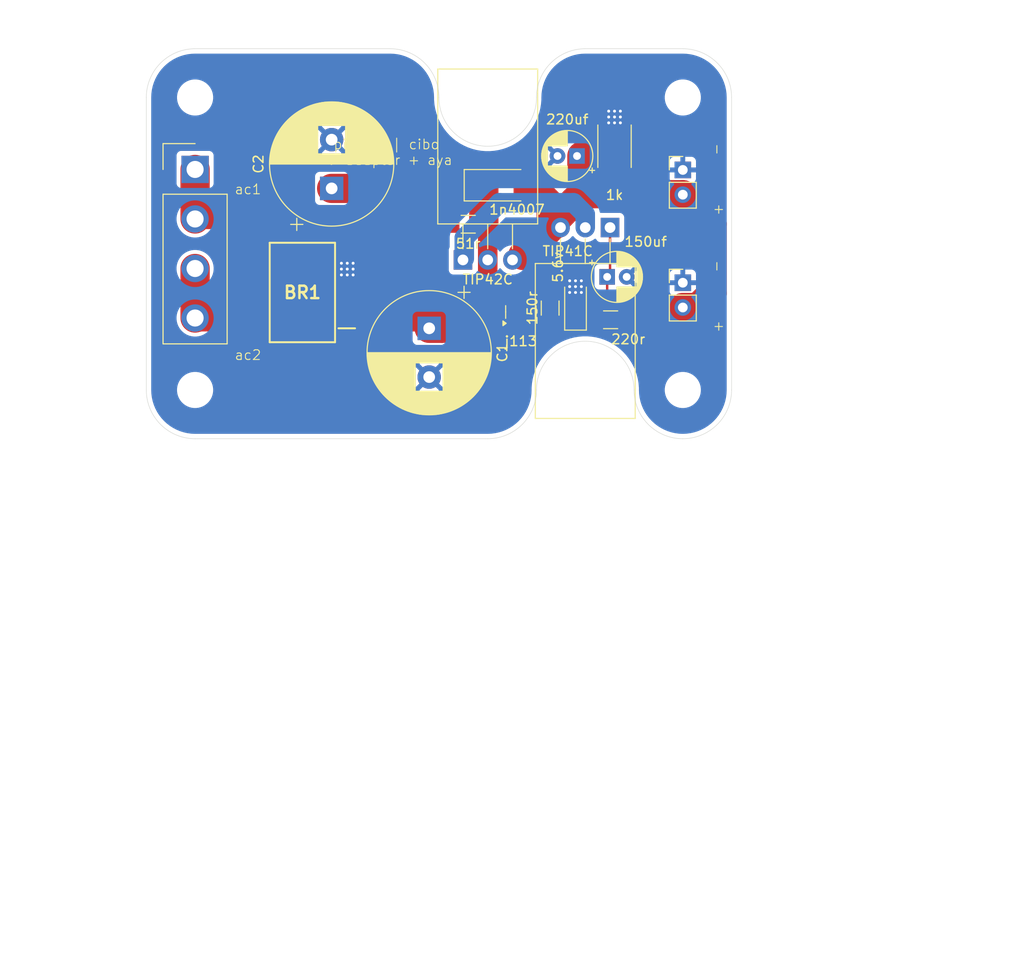
<source format=kicad_pcb>
(kicad_pcb (version 20241229) (generator "pcbnew") (generator_version "9.0")
  (layers (0 "F.Cu" signal) (2 "B.Cu" signal) (13 "F.Paste" user) (15 "B.Paste" user) (5 "F.SilkS" user "F.Silkscreen") (7 "B.SilkS" user "B.Silkscreen") (1 "F.Mask" user) (3 "B.Mask" user) (25 "Edge.Cuts" user))
  (net 0 "")
  (net 1 "pre-reg")
  (net 2 "vref")
  (net 3 "out")
  (net 4 "Net-(BR1-~_1)")
  (net 5 "ac")
  (net 6 "zener-in")
  (net 7 "Net-(Q1-G)")
  (net 8 "Net-(Q3-B)")
  (net 9 "0")
  (footprint "Diode_SMD:D_MELF" (layer "F.Cu") (at 151 69)
    (property "Reference" "D6" (hide yes))
    (property "Value" "1n4007" (at 2 2.5 0) (layer "F.SilkS"))
    (pad "1" smd roundrect (at -2.4 0) (size 1.5 2.7) (layers "F.Cu" "F.Mask" "F.Paste") (roundrect_rratio 0.1666666667) (net 1 "pre-reg"))
    (pad "2" smd roundrect (at 2.4 0) (size 1.5 2.7) (layers "F.Cu" "F.Mask" "F.Paste") (roundrect_rratio 0.1666666667) (net 3 "out"))
  )
  (footprint "Capacitor_THT:CP_Radial_D12.5mm_P5.00mm" (layer "F.Cu") (at 134 69.323959 90)
    (property "Reference" "C2" (at 2.5 -7.5 90) (layer "F.SilkS"))
    (property "Value" "4700uf")
    (pad "1" thru_hole rect (at 0 0 90) (size 2.4 2.4) (drill 1.2) (layers "*.Cu" "*.Mask") (net 1 "pre-reg"))
    (pad "2" thru_hole circle (at 5 0 90) (size 2.4 2.4) (drill 1.2) (layers "*.Cu" "*.Mask") (net 9 "0"))
  )
  (footprint "Connector_PinHeader_2.54mm:PinHeader_1x02_P2.54mm_Vertical" (layer "F.Cu") (at 170 67.43)
    (property "Reference" "P2" (hide yes))
    (property "Value" "Conn_02x01" (hide yes))
    (pad "1" thru_hole rect (at 0 0) (size 1.7 1.7) (drill 1) (layers "*.Cu" "*.Mask") (net 9 "0"))
    (pad "2" thru_hole circle (at 0 2.54) (size 1.7 1.7) (drill 1) (layers "*.Cu" "*.Mask") (net 3 "out"))
  )
  (footprint "Resistor_SMD:R_1206_3216Metric" (layer "F.Cu") (at 162.6 82.8)
    (property "Reference" "R2" (hide yes))
    (property "Value" "220r" (at 1.8 2 0) (layer "F.SilkS"))
    (pad "1" smd roundrect (at -1.4625 0) (size 1.125 1.75) (layers "F.Cu" "F.Mask" "F.Paste") (roundrect_rratio 0.222222) (net 6 "zener-in"))
    (pad "2" smd roundrect (at 1.4625 0) (size 1.125 1.75) (layers "F.Cu" "F.Mask" "F.Paste") (roundrect_rratio 0.222222) (net 2 "vref"))
  )
  (footprint "Capacitor_THT:CP_Radial_D5.0mm_P2.00mm" (layer "F.Cu") (at 162.244888 78.4)
    (property "Reference" "C3" (hide yes))
    (property "Value" "150uf" (at 3.955112 -3.6 0) (layer "F.SilkS"))
    (pad "1" thru_hole rect (at 0 0) (size 1.6 1.6) (drill 0.8) (layers "*.Cu" "*.Mask") (net 2 "vref"))
    (pad "2" thru_hole circle (at 2 0) (size 1.6 1.6) (drill 0.8) (layers "*.Cu" "*.Mask") (net 9 "0"))
  )
  (footprint "MountingHole:MountingHole_3.2mm_M3_ISO7380" (layer "F.Cu") (at 120 90)
    (property "Reference" "H4" (hide yes))
    (property "Value" "MountingHole" (hide yes))
    (pad "" np_thru_hole circle (at 0 0) (size 3.2 3.2) (drill 3.2) (layers "*.Cu" "*.Mask"))
  )
  (footprint "Package_TO_SOT_THT:TO-220-3_Horizontal_TabDown" (layer "F.Cu") (at 150 60)
    (property "Reference" "Q3" (hide yes))
    (property "Value" "TIP42C" (at 0 18.66 0) (layer "F.SilkS"))
    (pad "" np_thru_hole circle (at 0 0) (size 3.5 3.5) (drill 3.5) (layers "*.Cu" "*.Mask"))
    (pad "1" thru_hole rect (at -2.54 16.66) (size 1.905 2) (drill 1.1) (layers "*.Cu" "*.Mask") (net 8 "Net-(Q3-B)"))
    (pad "2" thru_hole oval (at 0 16.66) (size 1.905 2) (drill 1.1) (layers "*.Cu" "*.Mask") (net 3 "out"))
    (pad "3" thru_hole oval (at 2.54 16.66) (size 1.905 2) (drill 1.1) (layers "*.Cu" "*.Mask") (net 1 "pre-reg"))
  )
  (footprint "Capacitor_THT:CP_Radial_D5.0mm_P2.00mm" (layer "F.Cu") (at 159.155113 66 180)
    (property "Reference" "C4" (hide yes))
    (property "Value" "220uf" (at 1 3.75 0) (layer "F.SilkS"))
    (pad "1" thru_hole rect (at 0 0 180) (size 1.6 1.6) (drill 0.8) (layers "*.Cu" "*.Mask") (net 3 "out"))
    (pad "2" thru_hole circle (at 2 0 180) (size 1.6 1.6) (drill 0.8) (layers "*.Cu" "*.Mask") (net 9 "0"))
  )
  (footprint "Resistor_SMD:R_2512_6332Metric" (layer "F.Cu") (at 163 65 90)
    (property "Reference" "R4" (hide yes))
    (property "Value" "1k" (at -5 0 180) (layer "F.SilkS"))
    (pad "1" smd roundrect (at -2.9625 0 90) (size 1.225 3.35) (layers "F.Cu" "F.Mask" "F.Paste") (roundrect_rratio 0.204082) (net 3 "out"))
    (pad "2" smd roundrect (at 2.9625 0 90) (size 1.225 3.35) (layers "F.Cu" "F.Mask" "F.Paste") (roundrect_rratio 0.204082) (net 9 "0"))
  )
  (footprint "MountingHole:MountingHole_3.2mm_M3_ISO7380" (layer "F.Cu") (at 170 90)
    (property "Reference" "H3" (hide yes))
    (property "Value" "MountingHole" (hide yes))
    (pad "" np_thru_hole circle (at 0 0) (size 3.2 3.2) (drill 3.2) (layers "*.Cu" "*.Mask"))
  )
  (footprint "Resistor_SMD:R_1206_3216Metric" (layer "F.Cu") (at 148 73 180)
    (property "Reference" "R3" (hide yes))
    (property "Value" "51r" (at 0 -2 0) (layer "F.SilkS"))
    (pad "1" smd roundrect (at -1.4625 0 180) (size 1.125 1.75) (layers "F.Cu" "F.Mask" "F.Paste") (roundrect_rratio 0.222222) (net 1 "pre-reg"))
    (pad "2" smd roundrect (at 1.4625 0 180) (size 1.125 1.75) (layers "F.Cu" "F.Mask" "F.Paste") (roundrect_rratio 0.222222) (net 8 "Net-(Q3-B)"))
  )
  (footprint "Package_TO_SOT_THT:TO-220-3_Horizontal_TabDown" (layer "F.Cu") (at 160 90 180)
    (property "Reference" "Q4" (hide yes))
    (property "Value" "TIP41C" (at 1.8 14.24 0) (layer "F.SilkS"))
    (pad "" np_thru_hole circle (at 0 0 180) (size 3.5 3.5) (drill 3.5) (layers "*.Cu" "*.Mask"))
    (pad "1" thru_hole rect (at -2.54 16.66 180) (size 1.905 2) (drill 1.1) (layers "*.Cu" "*.Mask") (net 2 "vref"))
    (pad "2" thru_hole oval (at 0 16.66 180) (size 1.905 2) (drill 1.1) (layers "*.Cu" "*.Mask") (net 8 "Net-(Q3-B)"))
    (pad "3" thru_hole oval (at 2.54 16.66 180) (size 1.905 2) (drill 1.1) (layers "*.Cu" "*.Mask") (net 3 "out"))
  )
  (footprint "Connector_PinHeader_2.54mm:PinHeader_1x02_P2.54mm_Vertical" (layer "F.Cu") (at 170 79)
    (property "Reference" "P1" (hide yes))
    (property "Value" "Conn_02x01" (hide yes))
    (pad "1" thru_hole rect (at 0 0) (size 1.7 1.7) (drill 1) (layers "*.Cu" "*.Mask") (net 9 "0"))
    (pad "2" thru_hole circle (at 0 2.54) (size 1.7 1.7) (drill 1) (layers "*.Cu" "*.Mask") (net 3 "out"))
  )
  (footprint "Capacitor_THT:CP_Radial_D12.5mm_P5.00mm" (layer "F.Cu") (at 144 83.676041 -90)
    (property "Reference" "C1" (at 2.5 -7.5 90) (layer "F.SilkS"))
    (property "Value" "4700uf")
    (pad "1" thru_hole rect (at 0 0 270) (size 2.4 2.4) (drill 1.2) (layers "*.Cu" "*.Mask") (net 1 "pre-reg"))
    (pad "2" thru_hole circle (at 5 0 270) (size 2.4 2.4) (drill 1.2) (layers "*.Cu" "*.Mask") (net 9 "0"))
  )
  (footprint "Connector_Samtec_HPM_THT:Samtec_HPM-04-01-x-S_Straight_1x04_Pitch5.08mm" (layer "F.Cu") (at 120 67.38)
    (property "Reference" "P3" (hide yes))
    (property "Value" "Conn_01x04_Pin" (hide yes))
    (pad "1" thru_hole rect (at 0 0) (size 2.8 2.8) (drill 1.75) (layers "*.Cu" "*.Mask") (net 4 "Net-(BR1-~_1)"))
    (pad "2" thru_hole circle (at 0 5.08) (size 2.8 2.8) (drill 1.75) (layers "*.Cu" "*.Mask") (net 4 "Net-(BR1-~_1)"))
    (pad "3" thru_hole circle (at 0 10.16) (size 2.8 2.8) (drill 1.75) (layers "*.Cu" "*.Mask") (net 5 "ac"))
    (pad "4" thru_hole circle (at 0 15.24) (size 2.8 2.8) (drill 1.75) (layers "*.Cu" "*.Mask") (net 5 "ac"))
  )
  (footprint "Package_TO_SOT_SMD:SOT-23" (layer "F.Cu") (at 153.4 82 90)
    (property "Reference" "Q1" (hide yes))
    (property "Value" "j113" (at -3 0 180) (layer "F.SilkS"))
    (pad "1" smd roundrect (at -0.9375 -0.95 90) (size 1.475 0.6) (layers "F.Cu" "F.Mask" "F.Paste") (net 1 "pre-reg"))
    (pad "2" smd roundrect (at -0.9375 0.95 90) (size 1.475 0.6) (layers "F.Cu" "F.Mask" "F.Paste") (net 6 "zener-in"))
    (pad "3" smd roundrect (at 0.9375 0 90) (size 1.475 0.6) (layers "F.Cu" "F.Mask" "F.Paste") (net 7 "Net-(Q1-G)"))
  )
  (footprint "MountingHole:MountingHole_3.2mm_M3_ISO7380" (layer "F.Cu") (at 120 60)
    (property "Reference" "H1" (hide yes))
    (property "Value" "MountingHole" (hide yes))
    (pad "" np_thru_hole circle (at 0 0) (size 3.2 3.2) (drill 3.2) (layers "*.Cu" "*.Mask"))
  )
  (footprint "Diode_SMD:D_MiniMELF" (layer "F.Cu") (at 159 81.2 90)
    (property "Reference" "D5" (hide yes))
    (property "Value" "5.6v" (at 3.8 -1.8 90) (layer "F.SilkS"))
    (pad "1" smd roundrect (at -1.75 0 90) (size 1.3 1.7) (layers "F.Cu" "F.Mask" "F.Paste") (roundrect_rratio 0.1923076923) (net 6 "zener-in"))
    (pad "2" smd roundrect (at 1.75 0 90) (size 1.3 1.7) (layers "F.Cu" "F.Mask" "F.Paste") (roundrect_rratio 0.1923076923) (net 9 "0"))
  )
  (footprint "MountingHole:MountingHole_3.2mm_M3_ISO7380" (layer "F.Cu") (at 170 60)
    (property "Reference" "H2" (hide yes))
    (property "Value" "MountingHole" (hide yes))
    (pad "" np_thru_hole circle (at 0 0) (size 3.2 3.2) (drill 3.2) (layers "*.Cu" "*.Mask"))
  )
  (footprint "Resistor_SMD:R_1206_3216Metric" (layer "F.Cu") (at 156.4 81.6 -90)
    (property "Reference" "R1" (hide yes))
    (property "Value" "150r" (at 0 1.82 90) (layer "F.SilkS"))
    (pad "1" smd roundrect (at -1.4625 0 270) (size 1.125 1.75) (layers "F.Cu" "F.Mask" "F.Paste") (roundrect_rratio 0.222222) (net 7 "Net-(Q1-G)"))
    (pad "2" smd roundrect (at 1.4625 0 270) (size 1.125 1.75) (layers "F.Cu" "F.Mask" "F.Paste") (roundrect_rratio 0.222222) (net 6 "zener-in"))
  )
  (footprint "Samacsys:SOP500P990X180-4N" (layer "F.Cu") (at 131 80 180)
    (property "Reference" "BR1" (at 0 0 0) (layer "F.SilkS") (effects (font (size 1.27 1.27) (thickness 0.254))))
    (property "Value" "RTT410" (hide yes))
    (pad "1" smd rect (at -4.55 -2.5 270) (size 1.65 1.7) (layers "F.Cu" "F.Mask" "F.Paste") (net 1 "pre-reg"))
    (pad "2" smd rect (at -4.55 2.5 270) (size 1.65 1.7) (layers "F.Cu" "F.Mask" "F.Paste"))
    (pad "3" smd rect (at 4.55 2.5 270) (size 1.65 1.7) (layers "F.Cu" "F.Mask" "F.Paste") (net 4 "Net-(BR1-~_1)"))
    (pad "4" smd rect (at 4.55 -2.5 270) (size 1.65 1.7) (layers "F.Cu" "F.Mask" "F.Paste") (net 5 "ac"))
  )
  (gr_arc (start 170 95) (mid 166.464466 93.535534) (end 165 90) (stroke (width 0.05)) (layer "Edge.Cuts"))
  (gr_arc (start 120 95) (mid 116.464466 93.535534) (end 115 90) (stroke (width 0.05)) (layer "Edge.Cuts"))
  (gr_line (start 175 90) (end 175 60) (stroke (width 0.05)) (layer "Edge.Cuts"))
  (gr_line (start 160 55) (end 170 55) (stroke (width 0.05)) (layer "Edge.Cuts"))
  (gr_arc (start 155 60) (mid 156.464466 56.464466) (end 160 55) (stroke (width 0.05)) (layer "Edge.Cuts"))
  (gr_arc (start 140 55) (mid 143.535534 56.464466) (end 145 60) (stroke (width 0.05)) (layer "Edge.Cuts"))
  (gr_arc (start 115 60) (mid 116.464466 56.464466) (end 120 55) (stroke (width 0.05)) (layer "Edge.Cuts"))
  (gr_line (start 120 95) (end 150 95) (stroke (width 0.05)) (layer "Edge.Cuts"))
  (gr_arc (start 155 60) (mid 150 65) (end 145 60) (stroke (width 0.05)) (layer "Edge.Cuts"))
  (gr_line (start 115 60) (end 115 90) (stroke (width 0.05)) (layer "Edge.Cuts"))
  (gr_arc (start 155 90) (mid 153.535534 93.535534) (end 150 95) (stroke (width 0.05)) (layer "Edge.Cuts"))
  (gr_arc (start 170 55) (mid 173.535534 56.464466) (end 175 60) (stroke (width 0.05)) (layer "Edge.Cuts"))
  (gr_line (start 140 55) (end 120 55) (stroke (width 0.05)) (layer "Edge.Cuts"))
  (gr_arc (start 155 90) (mid 160 85) (end 165 90) (stroke (width 0.05)) (layer "Edge.Cuts"))
  (gr_arc (start 175 90) (mid 173.535534 93.535534) (end 170 95) (stroke (width 0.05)) (layer "Edge.Cuts"))
  (gr_text "-\n" (at 174 78 90) (layer "F.SilkS") (effects (font (size 1 1) (thickness 0.1)) (justify left bottom)))
  (gr_text "ac1" (at 124 70 0) (layer "F.SilkS") (effects (font (size 1 1) (thickness 0.1)) (justify left bottom)))
  (gr_text "+" (at 173 84 0) (layer "F.SilkS") (effects (font (size 1 1) (thickness 0.1)) (justify left bottom)))
  (gr_text "pi-psu | cibo \nl-adapter + aya" (at 140 67 0) (layer "F.SilkS") (effects (font (size 1 1) (thickness 0.1)) (justify bottom)))
  (gr_text "+" (at 173 72 0) (layer "F.SilkS") (effects (font (size 1 1) (thickness 0.1)) (justify left bottom)))
  (gr_text "-\n" (at 174 66 90) (layer "F.SilkS") (effects (font (size 1 1) (thickness 0.1)) (justify left bottom)))
  (gr_text "ac2" (at 124 87 0) (layer "F.SilkS") (effects (font (size 1 1) (thickness 0.1)) (justify left bottom)))
  (segment (start 149.458524 80) (end 148.7125 80) (width 0.2) (layer "F.Cu") (net 1))
  (segment (start 149.6 72.8625) (end 149.4625 73) (width 2) (layer "F.Cu") (net 1))
  (segment (start 149.639 79.361) (end 150 79.361) (width 3) (layer "F.Cu") (net 1))
  (segment (start 135 82.5) (end 146.5 82.5) (width 3) (layer "F.Cu") (net 1))
  (segment (start 145.323959 83.676041) (end 149 80) (width 3) (layer "F.Cu") (net 1))
  (segment (start 150.4525 78.34) (end 150 78.34) (width 0.25) (layer "F.Cu") (net 1))
  (segment (start 149.6 69) (end 149.6 72.8625) (width 3) (layer "F.Cu") (net 1))
  (segment (start 152.45 82.991476) (end 149.458524 80) (width 0.2) (layer "F.Cu") (net 1))
  (segment (start 141 83) (end 141 82) (width 3) (layer "F.Cu") (net 1))
  (segment (start 150 73.2625) (end 149.6 72.8625) (width 2) (layer "F.Cu") (net 1))
  (segment (start 141 72) (end 141 83) (width 3) (layer "F.Cu") (net 1))
  (segment (start 134 69.323959) (end 138.323959 69.323959) (width 3) (layer "F.Cu") (net 1))
  (segment (start 149 80) (end 149.639 79.361) (width 3) (layer "F.Cu") (net 1))
  (segment (start 144 83.676041) (end 145.323959 83.676041) (width 3) (layer "F.Cu") (net 1))
  (segment (start 150 76.66) (end 150 73.2625) (width 2) (layer "F.Cu") (net 1))
  (segment (start 150 76.66) (end 150 78.34) (width 2) (layer "F.Cu") (net 1))
  (segment (start 138.323959 69.323959) (end 141 72) (width 3) (layer "F.Cu") (net 1))
  (segment (start 162.244888 80.782388) (end 164.0625 82.6) (width 0.25) (layer "F.Cu") (net 2))
  (segment (start 163 73.8) (end 162.54 73.34) (width 0.25) (layer "F.Cu") (net 2))
  (segment (start 162.244888 78.4) (end 162.244888 80.782388) (width 0.25) (layer "F.Cu") (net 2))
  (segment (start 162.54 73.34) (end 162.54 78.104888) (width 0.25) (layer "F.Cu") (net 2))
  (segment (start 162.54 78.104888) (end 162.244888 78.4) (width 0.25) (layer "F.Cu") (net 2))
  (segment (start 162.893887 69.863887) (end 163 69.97) (width 3) (layer "F.Cu") (net 3))
  (segment (start 156.5 71.1) (end 154.4 69) (width 3) (layer "F.Cu") (net 3))
  (segment (start 170 69.97) (end 163 69.97) (width 3) (layer "F.Cu") (net 3))
  (segment (start 157.46 72.06) (end 158.881 70.639) (width 3) (layer "F.Cu") (net 3))
  (segment (start 156.5 71.1) (end 156.5 73.3) (width 3) (layer "F.Cu") (net 3))
  (segment (start 158.881 70.639) (end 159.656113 69.863887) (width 3) (layer "F.Cu") (net 3))
  (segment (start 163 67.9625) (end 162.8625 68.1) (width 2) (layer "F.Cu") (net 3))
  (segment (start 170 69.97) (end 173 72.97) (width 3) (layer "F.Cu") (net 3))
  (segment (start 157.46 72.06) (end 156.5 71.1) (width 3) (layer "F.Cu") (net 3))
  (segment (start 162.8625 69.8325) (end 163 69.97) (width 2) (layer "F.Cu") (net 3))
  (segment (start 171.562 81.54) (end 170 81.54) (width 3) (layer "F.Cu") (net 3))
  (segment (start 159.656113 69.863887) (end 159.656113 66) (width 3) (layer "F.Cu") (net 3))
  (segment (start 173 80.102) (end 171.562 81.54) (width 3) (layer "F.Cu") (net 3))
  (segment (start 156.5 73.3) (end 153.6 76.2) (width 3) (layer "F.Cu") (net 3))
  (segment (start 173 72.97) (end 173 80.102) (width 3) (layer "F.Cu") (net 3))
  (segment (start 162.8625 68.1) (end 162.8625 69.8325) (width 2) (layer "F.Cu") (net 3))
  (segment (start 159.656113 69.863887) (end 162.893887 69.863887) (width 3) (layer "F.Cu") (net 3))
  (segment (start 120 72.46) (end 120.41 72.46) (width 2) (layer "F.Cu") (net 4))
  (segment (start 127 76) (end 127 77) (width 3) (layer "F.Cu") (net 4))
  (segment (start 123 72) (end 127 76) (width 3) (layer "F.Cu") (net 4))
  (segment (start 120 67.38) (end 120 72.46) (width 3) (layer "F.Cu") (net 4))
  (segment (start 123 72) (end 120 72) (width 3) (layer "F.Cu") (net 4))
  (segment (start 120 77.54) (end 120 82.62) (width 3) (layer "F.Cu") (net 5))
  (segment (start 120.12 82.5) (end 120 82.62) (width 2) (layer "F.Cu") (net 5))
  (segment (start 126 82.5) (end 120.5 82.5) (width 3) (layer "F.Cu") (net 5))
  (segment (start 120.5 82.5) (end 120 82) (width 3) (layer "F.Cu") (net 5))
  (segment (start 154.6625 83.0625) (end 154.4 82.8) (width 0.2) (layer "F.Cu") (net 6))
  (segment (start 156.6 82.8) (end 156.4 83) (width 0.2) (layer "F.Cu") (net 6))
  (segment (start 156.4 83.0625) (end 154.6625 83.0625) (width 0.2) (layer "F.Cu") (net 6))
  (segment (start 161.1375 82.8) (end 156.6 82.8) (width 0.2) (layer "F.Cu") (net 6))
  (segment (start 154.2625 80.2) (end 156.2 80.2) (width 0.2) (layer "F.Cu") (net 7))
  (segment (start 153.4 81.0625) (end 154.2625 80.2) (width 0.2) (layer "F.Cu") (net 7))
  (segment (start 147 76.2) (end 147.46 76.66) (width 0.25) (layer "F.Cu") (net 8))
  (segment (start 147 73.4625) (end 147 76.2) (width 0.25) (layer "F.Cu") (net 8))
  (segment (start 146.5375 73) (end 147 73.4625) (width 0.25) (layer "F.Cu") (net 8))
  (segment (start 158.8 70.8) (end 151.2 70.8) (width 2) (layer "B.Cu") (net 8))
  (segment (start 151.2 70.8) (end 147.6 74.4) (width 2) (layer "B.Cu") (net 8))
  (segment (start 147.6 74.4) (end 147.6 76.52) (width 2) (layer "B.Cu") (net 8))
  (segment (start 160 73.34) (end 160 72) (width 2) (layer "B.Cu") (net 8))
  (segment (start 160 72) (end 158.8 70.8) (width 2) (layer "B.Cu") (net 8))
  (via (at 163 62.6) (size 0.6) (drill 0.3) (layers "F.Cu" "B.Cu") (net 9))
  (via (at 158.4 79.4) (size 0.6) (drill 0.3) (layers "F.Cu" "B.Cu") (net 9))
  (via (at 159.6 79.4) (size 0.6) (drill 0.3) (layers "F.Cu" "B.Cu") (net 9))
  (via (at 159 79.4) (size 0.6) (drill 0.3) (layers "F.Cu" "B.Cu") (net 9))
  (via (at 136.2 78.2) (size 0.6) (drill 0.3) (layers "F.Cu" "B.Cu") (net 9))
  (via (at 159 80) (size 0.6) (drill 0.3) (layers "F.Cu" "B.Cu") (net 9))
  (via (at 158.4 80) (size 0.6) (drill 0.3) (layers "F.Cu" "B.Cu") (net 9))
  (via (at 135.6 77) (size 0.6) (drill 0.3) (layers "F.Cu" "B.Cu") (net 9))
  (via (at 163 62) (size 0.6) (drill 0.3) (layers "F.Cu" "B.Cu") (net 9))
  (via (at 135 78.2) (size 0.6) (drill 0.3) (layers "F.Cu" "B.Cu") (net 9))
  (via (at 162.4 61.4) (size 0.6) (drill 0.3) (layers "F.Cu" "B.Cu") (net 9))
  (via (at 162.4 62.6) (size 0.6) (drill 0.3) (layers "F.Cu" "B.Cu") (net 9))
  (via (at 135 77.6) (size 0.6) (drill 0.3) (layers "F.Cu" "B.Cu") (net 9))
  (via (at 163.6 62.6) (size 0.6) (drill 0.3) (layers "F.Cu" "B.Cu") (net 9))
  (via (at 136.2 77.6) (size 0.6) (drill 0.3) (layers "F.Cu" "B.Cu") (net 9))
  (via (at 136.2 77) (size 0.6) (drill 0.3) (layers "F.Cu" "B.Cu") (net 9))
  (via (at 162.4 62) (size 0.6) (drill 0.3) (layers "F.Cu" "B.Cu") (net 9))
  (via (at 158.4 78.8) (size 0.6) (drill 0.3) (layers "F.Cu" "B.Cu") (net 9))
  (via (at 135.6 77.6) (size 0.6) (drill 0.3) (layers "F.Cu" "B.Cu") (net 9))
  (via (at 159.6 80) (size 0.6) (drill 0.3) (layers "F.Cu" "B.Cu") (net 9))
  (via (at 159 78.8) (size 0.6) (drill 0.3) (layers "F.Cu" "B.Cu") (net 9))
  (via (at 163.6 62) (size 0.6) (drill 0.3) (layers "F.Cu" "B.Cu") (net 9))
  (via (at 163.6 61.4) (size 0.6) (drill 0.3) (layers "F.Cu" "B.Cu") (net 9))
  (via (at 135.6 78.2) (size 0.6) (drill 0.3) (layers "F.Cu" "B.Cu") (net 9))
  (via (at 163 61.4) (size 0.6) (drill 0.3) (layers "F.Cu" "B.Cu") (net 9))
  (via (at 135 77) (size 0.6) (drill 0.3) (layers "F.Cu" "B.Cu") (net 9))
  (via (at 159.6 78.8) (size 0.6) (drill 0.3) (layers "F.Cu" "B.Cu") (net 9))
  (zone (net 9) (net_name "0") (layer "B.Cu") (connect_pads (clearance 0.5)) (min_thickness 0.25) (fill yes (thermal_gap 0.5) (thermal_bridge_width 0.5) (smoothing fillet) (radius 3))
    (polygon (pts (xy 100 50) (xy 100 100.5) (xy 205 100.5) (xy 205 50)))
  )
)
</source>
